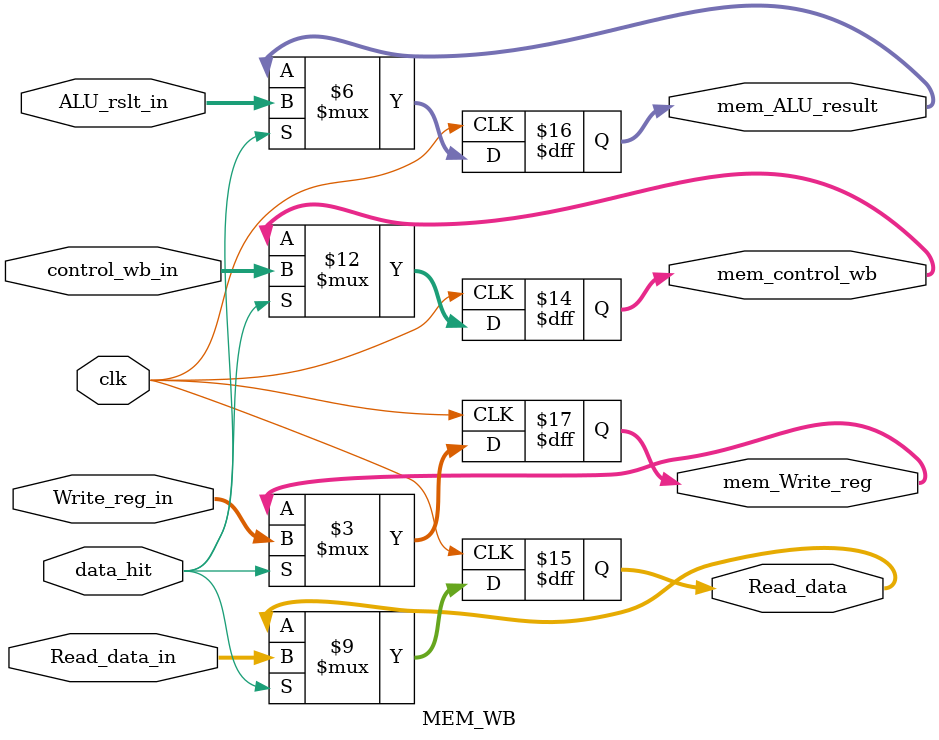
<source format=v>
`timescale 1ns / 1ps
module MEM_WB(
	input clk,
	input data_hit,
	input [1:0]control_wb_in,
	input [31:0]Read_data_in,
	input [31:0]ALU_rslt_in,
	input [4:0]Write_reg_in,
	output reg [1:0] mem_control_wb,
	output reg [31:0] Read_data,
	output reg [31:0] mem_ALU_result,
	output reg [4:0] mem_Write_reg
    );
	 
	 always @(posedge clk)
	 begin
		if(data_hit)
		begin	
			mem_control_wb = control_wb_in;
			Read_data = Read_data_in;
			mem_ALU_result = ALU_rslt_in;
			mem_Write_reg = Write_reg_in;
		end
	 end


endmodule

</source>
